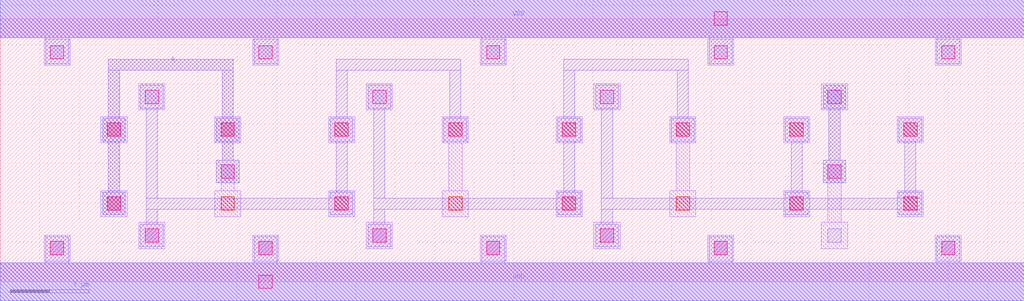
<source format=lef>
MACRO CLKBUF1
 CLASS CORE ;
 FOREIGN CLKBUF1 0 0 ;
 SIZE 12.96 BY 3.33 ;
 ORIGIN 0 0 ;
 SYMMETRY X Y R90 ;
 SITE unit ;
  PIN VDD
   DIRECTION INOUT ;
   USE POWER ;
   SHAPE ABUTMENT ;
    PORT
     CLASS CORE ;
       LAYER li1 ;
        RECT 0.00000000 3.09000000 12.96000000 3.57000000 ;
       LAYER met1 ;
        RECT 0.00000000 3.09000000 12.96000000 3.57000000 ;
    END
  END VDD

  PIN GND
   DIRECTION INOUT ;
   USE POWER ;
   SHAPE ABUTMENT ;
    PORT
     CLASS CORE ;
       LAYER li1 ;
        RECT 0.00000000 -0.24000000 12.96000000 0.24000000 ;
       LAYER met1 ;
        RECT 0.00000000 -0.24000000 12.96000000 0.24000000 ;
    END
  END GND

  PIN Y
   DIRECTION INOUT ;
   USE SIGNAL ;
   SHAPE ABUTMENT ;
    PORT
     CLASS CORE ;
       LAYER met1 ;
        RECT 10.41500000 1.25000000 10.70500000 1.54000000 ;
        RECT 10.49000000 1.54000000 10.63000000 2.19500000 ;
        RECT 10.41500000 2.19500000 10.70500000 2.48500000 ;
    END
  END Y

  PIN A
   DIRECTION INOUT ;
   USE SIGNAL ;
   SHAPE ABUTMENT ;
    PORT
     CLASS CORE ;
       LAYER met1 ;
        RECT 1.29500000 0.84500000 1.58500000 1.13500000 ;
        RECT 2.73500000 1.25000000 3.02500000 1.54000000 ;
        RECT 1.37000000 1.13500000 1.51000000 1.78000000 ;
        RECT 2.81000000 1.54000000 2.95000000 1.78000000 ;
        RECT 1.29500000 1.78000000 1.58500000 2.07000000 ;
        RECT 2.73500000 1.78000000 3.02500000 2.07000000 ;
        RECT 1.37000000 2.07000000 1.51000000 2.67500000 ;
        RECT 2.81000000 2.07000000 2.95000000 2.67500000 ;
        RECT 1.37000000 2.67500000 2.95000000 2.81500000 ;
    END
  END A

 OBS
    LAYER polycont ;
     RECT 1.35500000 0.90500000 1.52500000 1.07500000 ;
     RECT 2.79500000 0.90500000 2.96500000 1.07500000 ;
     RECT 4.23500000 0.90500000 4.40500000 1.07500000 ;
     RECT 5.67500000 0.90500000 5.84500000 1.07500000 ;
     RECT 7.11500000 0.90500000 7.28500000 1.07500000 ;
     RECT 8.55500000 0.90500000 8.72500000 1.07500000 ;
     RECT 9.99500000 0.90500000 10.16500000 1.07500000 ;
     RECT 11.43500000 0.90500000 11.60500000 1.07500000 ;
     RECT 1.35500000 1.84000000 1.52500000 2.01000000 ;
     RECT 2.79500000 1.84000000 2.96500000 2.01000000 ;
     RECT 4.23500000 1.84000000 4.40500000 2.01000000 ;
     RECT 5.67500000 1.84000000 5.84500000 2.01000000 ;
     RECT 7.11500000 1.84000000 7.28500000 2.01000000 ;
     RECT 8.55500000 1.84000000 8.72500000 2.01000000 ;
     RECT 9.99500000 1.84000000 10.16500000 2.01000000 ;
     RECT 11.43500000 1.84000000 11.60500000 2.01000000 ;

    LAYER pdiffc ;
     RECT 1.83500000 2.25500000 2.00500000 2.42500000 ;
     RECT 4.71500000 2.25500000 4.88500000 2.42500000 ;
     RECT 7.59500000 2.25500000 7.76500000 2.42500000 ;
     RECT 10.47500000 2.25500000 10.64500000 2.42500000 ;
     RECT 0.63500000 2.82000000 0.80500000 2.99000000 ;
     RECT 3.27500000 2.82000000 3.44500000 2.99000000 ;
     RECT 6.15500000 2.82000000 6.32500000 2.99000000 ;
     RECT 9.03500000 2.82000000 9.20500000 2.99000000 ;
     RECT 11.91500000 2.82000000 12.08500000 2.99000000 ;

    LAYER ndiffc ;
     RECT 0.63500000 0.34000000 0.80500000 0.51000000 ;
     RECT 3.27500000 0.34000000 3.44500000 0.51000000 ;
     RECT 6.15500000 0.34000000 6.32500000 0.51000000 ;
     RECT 9.03500000 0.34000000 9.20500000 0.51000000 ;
     RECT 11.91500000 0.34000000 12.08500000 0.51000000 ;
     RECT 1.83500000 0.50000000 2.00500000 0.67000000 ;
     RECT 4.71500000 0.50000000 4.88500000 0.67000000 ;
     RECT 7.59500000 0.50000000 7.76500000 0.67000000 ;
     RECT 10.47500000 0.50000000 10.64500000 0.67000000 ;

    LAYER li1 ;
     RECT 0.00000000 -0.24000000 12.96000000 0.24000000 ;
     RECT 0.55500000 0.26000000 0.88500000 0.59000000 ;
     RECT 3.19500000 0.26000000 3.52500000 0.59000000 ;
     RECT 6.07500000 0.26000000 6.40500000 0.59000000 ;
     RECT 8.95500000 0.26000000 9.28500000 0.59000000 ;
     RECT 11.83500000 0.26000000 12.16500000 0.59000000 ;
     RECT 1.75500000 0.42000000 2.08500000 0.75000000 ;
     RECT 4.63500000 0.42000000 4.96500000 0.75000000 ;
     RECT 7.51500000 0.42000000 7.84500000 0.75000000 ;
     RECT 1.27500000 0.82500000 1.60500000 1.15500000 ;
     RECT 4.15500000 0.82500000 4.48500000 1.15500000 ;
     RECT 7.03500000 0.82500000 7.36500000 1.15500000 ;
     RECT 9.91500000 0.82500000 10.24500000 1.15500000 ;
     RECT 11.35500000 0.82500000 11.68500000 1.15500000 ;
     RECT 2.71500000 0.82500000 3.04500000 1.15500000 ;
     RECT 2.79500000 1.15500000 2.96500000 1.48000000 ;
     RECT 10.39500000 0.42000000 10.72500000 0.75000000 ;
     RECT 10.47500000 0.75000000 10.64500000 1.48000000 ;
     RECT 1.27500000 1.76000000 1.60500000 2.09000000 ;
     RECT 2.71500000 1.76000000 3.04500000 2.09000000 ;
     RECT 4.15500000 1.76000000 4.48500000 2.09000000 ;
     RECT 5.59500000 0.82500000 5.92500000 1.15500000 ;
     RECT 5.67500000 1.15500000 5.84500000 1.76000000 ;
     RECT 5.59500000 1.76000000 5.92500000 2.09000000 ;
     RECT 7.03500000 1.76000000 7.36500000 2.09000000 ;
     RECT 8.47500000 0.82500000 8.80500000 1.15500000 ;
     RECT 8.55500000 1.15500000 8.72500000 1.76000000 ;
     RECT 8.47500000 1.76000000 8.80500000 2.09000000 ;
     RECT 9.91500000 1.76000000 10.24500000 2.09000000 ;
     RECT 11.35500000 1.76000000 11.68500000 2.09000000 ;
     RECT 1.75500000 2.17500000 2.08500000 2.50500000 ;
     RECT 4.63500000 2.17500000 4.96500000 2.50500000 ;
     RECT 7.51500000 2.17500000 7.84500000 2.50500000 ;
     RECT 10.39500000 2.17500000 10.72500000 2.50500000 ;
     RECT 0.55500000 2.74000000 0.88500000 3.07000000 ;
     RECT 3.19500000 2.74000000 3.52500000 3.07000000 ;
     RECT 6.07500000 2.74000000 6.40500000 3.07000000 ;
     RECT 8.95500000 2.74000000 9.28500000 3.07000000 ;
     RECT 11.83500000 2.74000000 12.16500000 3.07000000 ;
     RECT 0.00000000 3.09000000 12.96000000 3.57000000 ;

    LAYER viali ;
     RECT 3.27500000 -0.08500000 3.44500000 0.08500000 ;
     RECT 0.63500000 0.34000000 0.80500000 0.51000000 ;
     RECT 3.27500000 0.34000000 3.44500000 0.51000000 ;
     RECT 6.15500000 0.34000000 6.32500000 0.51000000 ;
     RECT 9.03500000 0.34000000 9.20500000 0.51000000 ;
     RECT 11.91500000 0.34000000 12.08500000 0.51000000 ;
     RECT 1.83500000 0.50000000 2.00500000 0.67000000 ;
     RECT 4.71500000 0.50000000 4.88500000 0.67000000 ;
     RECT 7.59500000 0.50000000 7.76500000 0.67000000 ;
     RECT 1.35500000 0.90500000 1.52500000 1.07500000 ;
     RECT 4.23500000 0.90500000 4.40500000 1.07500000 ;
     RECT 7.11500000 0.90500000 7.28500000 1.07500000 ;
     RECT 9.99500000 0.90500000 10.16500000 1.07500000 ;
     RECT 11.43500000 0.90500000 11.60500000 1.07500000 ;
     RECT 2.79500000 1.31000000 2.96500000 1.48000000 ;
     RECT 10.47500000 1.31000000 10.64500000 1.48000000 ;
     RECT 1.35500000 1.84000000 1.52500000 2.01000000 ;
     RECT 2.79500000 1.84000000 2.96500000 2.01000000 ;
     RECT 4.23500000 1.84000000 4.40500000 2.01000000 ;
     RECT 5.67500000 1.84000000 5.84500000 2.01000000 ;
     RECT 7.11500000 1.84000000 7.28500000 2.01000000 ;
     RECT 8.55500000 1.84000000 8.72500000 2.01000000 ;
     RECT 9.99500000 1.84000000 10.16500000 2.01000000 ;
     RECT 11.43500000 1.84000000 11.60500000 2.01000000 ;
     RECT 1.83500000 2.25500000 2.00500000 2.42500000 ;
     RECT 4.71500000 2.25500000 4.88500000 2.42500000 ;
     RECT 7.59500000 2.25500000 7.76500000 2.42500000 ;
     RECT 10.47500000 2.25500000 10.64500000 2.42500000 ;
     RECT 0.63500000 2.82000000 0.80500000 2.99000000 ;
     RECT 3.27500000 2.82000000 3.44500000 2.99000000 ;
     RECT 6.15500000 2.82000000 6.32500000 2.99000000 ;
     RECT 9.03500000 2.82000000 9.20500000 2.99000000 ;
     RECT 11.91500000 2.82000000 12.08500000 2.99000000 ;
     RECT 9.03500000 3.24500000 9.20500000 3.41500000 ;

    LAYER met1 ;
     RECT 0.00000000 -0.24000000 12.96000000 0.24000000 ;
     RECT 0.57500000 0.24000000 0.86500000 0.57000000 ;
     RECT 3.21500000 0.24000000 3.50500000 0.57000000 ;
     RECT 6.09500000 0.24000000 6.38500000 0.57000000 ;
     RECT 8.97500000 0.24000000 9.26500000 0.57000000 ;
     RECT 11.85500000 0.24000000 12.14500000 0.57000000 ;
     RECT 7.53500000 0.44000000 7.82500000 0.73000000 ;
     RECT 7.61000000 0.73000000 7.75000000 0.92000000 ;
     RECT 9.93500000 0.84500000 10.22500000 0.92000000 ;
     RECT 11.37500000 0.84500000 11.66500000 0.92000000 ;
     RECT 7.61000000 0.92000000 11.66500000 1.06000000 ;
     RECT 9.93500000 1.06000000 10.22500000 1.13500000 ;
     RECT 11.37500000 1.06000000 11.66500000 1.13500000 ;
     RECT 10.01000000 1.13500000 10.15000000 1.78000000 ;
     RECT 11.45000000 1.13500000 11.59000000 1.78000000 ;
     RECT 9.93500000 1.78000000 10.22500000 2.07000000 ;
     RECT 11.37500000 1.78000000 11.66500000 2.07000000 ;
     RECT 7.61000000 1.06000000 7.75000000 2.19500000 ;
     RECT 7.53500000 2.19500000 7.82500000 2.48500000 ;
     RECT 10.41500000 1.25000000 10.70500000 1.54000000 ;
     RECT 10.49000000 1.54000000 10.63000000 2.19500000 ;
     RECT 10.41500000 2.19500000 10.70500000 2.48500000 ;
     RECT 1.29500000 0.84500000 1.58500000 1.13500000 ;
     RECT 2.73500000 1.25000000 3.02500000 1.54000000 ;
     RECT 1.37000000 1.13500000 1.51000000 1.78000000 ;
     RECT 2.81000000 1.54000000 2.95000000 1.78000000 ;
     RECT 1.29500000 1.78000000 1.58500000 2.07000000 ;
     RECT 2.73500000 1.78000000 3.02500000 2.07000000 ;
     RECT 1.37000000 2.07000000 1.51000000 2.67500000 ;
     RECT 2.81000000 2.07000000 2.95000000 2.67500000 ;
     RECT 1.37000000 2.67500000 2.95000000 2.81500000 ;
     RECT 1.77500000 0.44000000 2.06500000 0.73000000 ;
     RECT 1.85000000 0.73000000 1.99000000 0.92000000 ;
     RECT 4.17500000 0.84500000 4.46500000 0.92000000 ;
     RECT 1.85000000 0.92000000 4.46500000 1.06000000 ;
     RECT 4.17500000 1.06000000 4.46500000 1.13500000 ;
     RECT 4.25000000 1.13500000 4.39000000 1.78000000 ;
     RECT 4.17500000 1.78000000 4.46500000 2.07000000 ;
     RECT 5.61500000 1.78000000 5.90500000 2.07000000 ;
     RECT 1.85000000 1.06000000 1.99000000 2.19500000 ;
     RECT 1.77500000 2.19500000 2.06500000 2.48500000 ;
     RECT 4.25000000 2.07000000 4.39000000 2.67500000 ;
     RECT 5.69000000 2.07000000 5.83000000 2.67500000 ;
     RECT 4.25000000 2.67500000 5.83000000 2.81500000 ;
     RECT 4.65500000 0.44000000 4.94500000 0.73000000 ;
     RECT 4.73000000 0.73000000 4.87000000 0.92000000 ;
     RECT 7.05500000 0.84500000 7.34500000 0.92000000 ;
     RECT 4.73000000 0.92000000 7.34500000 1.06000000 ;
     RECT 7.05500000 1.06000000 7.34500000 1.13500000 ;
     RECT 7.13000000 1.13500000 7.27000000 1.78000000 ;
     RECT 7.05500000 1.78000000 7.34500000 2.07000000 ;
     RECT 8.49500000 1.78000000 8.78500000 2.07000000 ;
     RECT 4.73000000 1.06000000 4.87000000 2.19500000 ;
     RECT 4.65500000 2.19500000 4.94500000 2.48500000 ;
     RECT 7.13000000 2.07000000 7.27000000 2.67500000 ;
     RECT 8.57000000 2.07000000 8.71000000 2.67500000 ;
     RECT 7.13000000 2.67500000 8.71000000 2.81500000 ;
     RECT 0.57500000 2.76000000 0.86500000 3.09000000 ;
     RECT 3.21500000 2.76000000 3.50500000 3.09000000 ;
     RECT 6.09500000 2.76000000 6.38500000 3.09000000 ;
     RECT 8.97500000 2.76000000 9.26500000 3.09000000 ;
     RECT 11.85500000 2.76000000 12.14500000 3.09000000 ;
     RECT 0.00000000 3.09000000 12.96000000 3.57000000 ;

 END
END CLKBUF1

</source>
